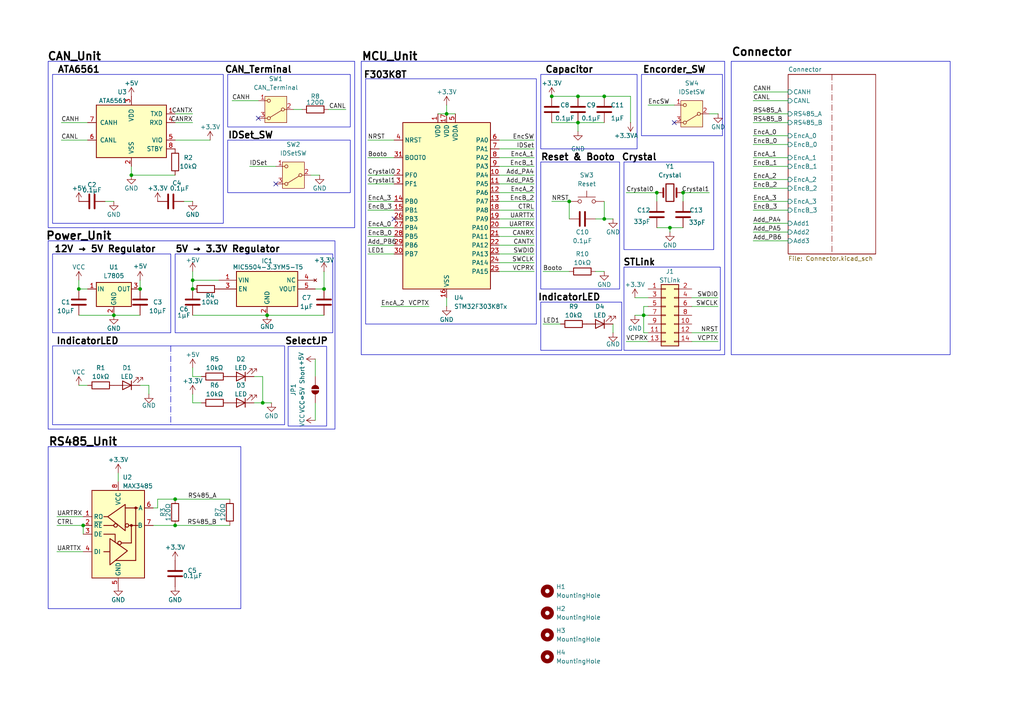
<source format=kicad_sch>
(kicad_sch (version 20250114) (generator "eeschema") (generator_version "9.0")
  (paper "A4")
  (title_block (title "SensorBoard_ver3.0") (date "2025-10-19"))
  (lib_symbols
    (symbol "Connector_Generic:Conn_02x07_Odd_Even" (pin_names (offset 1.016) (hide yes))
      (property "Reference" "J" (at 1.27 10.16 0))
      (property "Value" "Conn_02x07_Odd_Even" (at 1.27 -10.16 0))
      (symbol "Conn_02x07_Odd_Even_1_1"
        (pin passive line (at -5.08 7.62 0) (length 3.81) (name "Pin_1") (number "1"))
        (pin passive line (at -5.08 5.08 0) (length 3.81) (name "Pin_3") (number "3"))
        (pin passive line (at -5.08 2.54 0) (length 3.81) (name "Pin_5") (number "5"))
        (pin passive line (at -5.08 0 0) (length 3.81) (name "Pin_7") (number "7"))
        (pin passive line (at -5.08 -2.54 0) (length 3.81) (name "Pin_9") (number "9"))
        (pin passive line (at -5.08 -5.08 0) (length 3.81) (name "Pin_11") (number "11"))
        (pin passive line (at -5.08 -7.62 0) (length 3.81) (name "Pin_13") (number "13"))
        (pin passive line (at 7.62 7.62 180) (length 3.81) (name "Pin_2") (number "2"))
        (pin passive line (at 7.62 5.08 180) (length 3.81) (name "Pin_4") (number "4"))
        (pin passive line (at 7.62 2.54 180) (length 3.81) (name "Pin_6") (number "6"))
        (pin passive line (at 7.62 0 180) (length 3.81) (name "Pin_8") (number "8"))
        (pin passive line (at 7.62 -2.54 180) (length 3.81) (name "Pin_10") (number "10"))
        (pin passive line (at 7.62 -5.08 180) (length 3.81) (name "Pin_12") (number "12"))
        (pin passive line (at 7.62 -7.62 180) (length 3.81) (name "Pin_14") (number "14"))
      )
    )
    (symbol "Device:C" (pin_numbers (hide yes)) (pin_names (offset 0.254))
      (property "Reference" "C" (at 0.635 2.54 0))
      (property "Value" "C" (at 0.635 -2.54 0))
      (symbol "C_1_1"
        (pin passive line (at 0 3.81 270) (length 2.794) (name "~") (number "1"))
        (pin passive line (at 0 -3.81 90) (length 2.794) (name "~") (number "2"))
      )
    )
    (symbol "Device:Crystal" (pin_numbers (hide yes)) (pin_names (offset 1.016) (hide yes))
      (property "Reference" "Y" (at 0 3.81 0))
      (property "Value" "Crystal" (at 0 -3.81 0))
      (symbol "Crystal_1_1"
        (pin passive line (at -3.81 0 0) (length 1.27) (name "1") (number "1"))
        (pin passive line (at 3.81 0 180) (length 1.27) (name "2") (number "2"))
      )
    )
    (symbol "Device:LED" (pin_numbers (hide yes)) (pin_names (offset 1.016) (hide yes))
      (property "Reference" "D" (at 0 2.54 0))
      (property "Value" "LED" (at 0 -2.54 0))
      (symbol "LED_1_1"
        (pin passive line (at -3.81 0 0) (length 2.54) (name "K") (number "1"))
        (pin passive line (at 3.81 0 180) (length 2.54) (name "A") (number "2"))
      )
    )
    (symbol "Device:R" (pin_numbers (hide yes)) (pin_names (offset 0))
      (property "Reference" "R" (at 2.032 0 90))
      (property "Value" "R" (at 0 0 90))
      (symbol "R_1_1"
        (pin passive line (at 0 3.81 270) (length 1.27) (name "~") (number "1"))
        (pin passive line (at 0 -3.81 90) (length 1.27) (name "~") (number "2"))
      )
    )
    (symbol "Interface_CAN_LIN:MCP2551-I-SN" (pin_names (offset 1.016))
      (property "Reference" "U?" (at 2.1433 12.7 0))
      (property "Value" "ATA6561" (at 2.1433 10.16 0))
      (symbol "MCP2551-I-SN_1_1"
        (pin input line (at -12.7 5.08 0) (length 2.54) (name "TXD") (number "1"))
        (pin output line (at -12.7 2.54 0) (length 2.54) (name "RXD") (number "4"))
        (pin power_out line (at -12.7 -2.54 0) (length 2.54) (name "VIO") (number "5"))
        (pin input line (at -12.7 -5.08 0) (length 2.54) (name "STBY") (number "8"))
        (pin power_in line (at 0 10.16 270) (length 2.54) (name "VDD") (number "3"))
        (pin power_in line (at 0 -10.16 90) (length 2.54) (name "VSS") (number "2"))
        (pin bidirectional line (at 12.7 2.54 180) (length 2.54) (name "CANH") (number "7"))
        (pin bidirectional line (at 12.7 -2.54 180) (length 2.54) (name "CANL") (number "6"))
      )
    )
    (symbol "Interface_UART:MAX3485"
      (property "Reference" "U" (at -6.985 13.97 0))
      (property "Value" "MAX3485" (at 1.905 13.97 0))
      (symbol "MAX3485_1_1"
        (pin output line (at -10.16 5.08 0) (length 2.54) (name "RO") (number "1"))
        (pin input line (at -10.16 2.54 0) (length 2.54) (name "~{RE}") (number "2"))
        (pin input line (at -10.16 0 0) (length 2.54) (name "DE") (number "3"))
        (pin input line (at -10.16 -5.08 0) (length 2.54) (name "DI") (number "4"))
        (pin power_in line (at 0 15.24 270) (length 2.54) (name "VCC") (number "8"))
        (pin power_in line (at 0 -15.24 90) (length 2.54) (name "GND") (number "5"))
        (pin bidirectional line (at 10.16 7.62 180) (length 2.54) (name "A") (number "6"))
        (pin bidirectional line (at 10.16 2.54 180) (length 2.54) (name "B") (number "7"))
      )
    )
    (symbol "Jumper:SolderJumper_2_Open" (pin_numbers (hide yes)) (pin_names (offset 0) (hide yes)) (exclude_from_sim yes) (in_bom no)
      (property "Reference" "JP" (at 0 2.032 0))
      (property "Value" "SolderJumper_2_Open" (at 0 -2.54 0))
      (symbol "SolderJumper_2_Open_1_1"
        (pin passive line (at -3.81 0 0) (length 2.54) (name "A") (number "1"))
        (pin passive line (at 3.81 0 180) (length 2.54) (name "B") (number "2"))
      )
    )
    (symbol "MCU_ST_STM32F3:STM32F303K8Tx"
      (property "Reference" "U" (at -12.7 26.67 0))
      (property "Value" "STM32F303K8Tx" (at 5.08 26.67 0))
      (symbol "STM32F303K8Tx_1_1"
        (pin input line (at -15.24 20.32 0) (length 2.54) (name "NRST") (number "4"))
        (pin input line (at -15.24 15.24 0) (length 2.54) (name "BOOT0") (number "31"))
        (pin bidirectional line (at -15.24 10.16 0) (length 2.54) (name "PF0") (number "2"))
        (pin bidirectional line (at -15.24 7.62 0) (length 2.54) (name "PF1") (number "3"))
        (pin bidirectional line (at -15.24 2.54 0) (length 2.54) (name "PB0") (number "14"))
        (pin bidirectional line (at -15.24 0 0) (length 2.54) (name "PB1") (number "15"))
        (pin bidirectional line (at -15.24 -2.54 0) (length 2.54) (name "PB3") (number "26"))
        (pin bidirectional line (at -15.24 -5.08 0) (length 2.54) (name "PB4") (number "27"))
        (pin bidirectional line (at -15.24 -7.62 0) (length 2.54) (name "PB5") (number "28"))
        (pin bidirectional line (at -15.24 -10.16 0) (length 2.54) (name "PB6") (number "29"))
        (pin bidirectional line (at -15.24 -12.7 0) (length 2.54) (name "PB7") (number "30"))
        (pin power_in line (at -2.54 27.94 270) (length 2.54) (name "VDD") (number "1"))
        (pin power_in line (at 0 27.94 270) (length 2.54) (name "VDD") (number "17"))
        (pin power_in line (at 0 -25.4 90) (length 2.54) (name "VSS") (number "16"))
        (pin passive line (at 0 -25.4 90) (length 2.54) (hide yes) (name "VSS") (number "32"))
        (pin power_in line (at 2.54 27.94 270) (length 2.54) (name "VDDA") (number "5"))
        (pin bidirectional line (at 15.24 20.32 180) (length 2.54) (name "PA0") (number "6"))
        (pin bidirectional line (at 15.24 17.78 180) (length 2.54) (name "PA1") (number "7"))
        (pin bidirectional line (at 15.24 15.24 180) (length 2.54) (name "PA2") (number "8"))
        (pin bidirectional line (at 15.24 12.7 180) (length 2.54) (name "PA3") (number "9"))
        (pin bidirectional line (at 15.24 10.16 180) (length 2.54) (name "PA4") (number "10"))
        (pin bidirectional line (at 15.24 7.62 180) (length 2.54) (name "PA5") (number "11"))
        (pin bidirectional line (at 15.24 5.08 180) (length 2.54) (name "PA6") (number "12"))
        (pin bidirectional line (at 15.24 2.54 180) (length 2.54) (name "PA7") (number "13"))
        (pin bidirectional line (at 15.24 0 180) (length 2.54) (name "PA8") (number "18"))
        (pin bidirectional line (at 15.24 -2.54 180) (length 2.54) (name "PA9") (number "19"))
        (pin bidirectional line (at 15.24 -5.08 180) (length 2.54) (name "PA10") (number "20"))
        (pin bidirectional line (at 15.24 -7.62 180) (length 2.54) (name "PA11") (number "21"))
        (pin bidirectional line (at 15.24 -10.16 180) (length 2.54) (name "PA12") (number "22"))
        (pin bidirectional line (at 15.24 -12.7 180) (length 2.54) (name "PA13") (number "23"))
        (pin bidirectional line (at 15.24 -15.24 180) (length 2.54) (name "PA14") (number "24"))
        (pin bidirectional line (at 15.24 -17.78 180) (length 2.54) (name "PA15") (number "25"))
      )
    )
    (symbol "MIC5504-3_3YM5-T5:MIC5504-3.3YM5-T5"
      (property "Reference" "IC" (at 24.13 7.62 0))
      (property "Value" "MIC5504-3.3YM5-T5" (at 24.13 5.08 0))
      (symbol "MIC5504-3.3YM5-T5_1_1"
        (pin passive line (at 0 0 0) (length 5.08) (name "VIN") (number "1"))
        (pin passive line (at 0 -2.54 0) (length 5.08) (name "EN") (number "3"))
        (pin passive line (at 13.97 -10.16 90) (length 2.54) (name "GND") (number "2"))
        (pin no_connect line (at 27.94 0 180) (length 5.08) (name "NC") (number "4"))
        (pin passive line (at 27.94 -2.54 180) (length 5.08) (name "VOUT") (number "5"))
      )
    )
    (symbol "Mechanical:MountingHole" (pin_names (offset 1.016)) (exclude_from_sim yes) (in_bom no)
      (property "Reference" "H" (at 0 5.08 0))
      (property "Value" "MountingHole" (at 0 3.175 0))
    )
    (symbol "Regulator_Linear:L7805" (pin_names (offset 0.254))
      (property "Reference" "U" (at -3.81 3.175 0))
      (property "Value" "L7805" (at 0 3.175 0))
      (symbol "L7805_1_1"
        (pin power_in line (at -7.62 0 0) (length 2.54) (name "IN") (number "1"))
        (pin power_in line (at 0 -7.62 90) (length 2.54) (name "GND") (number "2"))
        (pin power_out line (at 7.62 0 180) (length 2.54) (name "OUT") (number "3"))
      )
    )
    (symbol "SW_MEC_5G_1" (pin_numbers (hide yes)) (pin_names (offset 1.016) (hide yes))
      (property "Reference" "SW3" (at 0 7.62 0))
      (property "Value" "Reset" (at 0 5.08 0))
      (symbol "SW_MEC_5G_1_0_1"
        (pin passive line (at -5.08 0 0) (length 2.54) (name "A") (number "1"))
      )
      (symbol "SW_MEC_5G_1_1_1"
        (pin passive line (at -5.08 0 0) (length 2.54) (hide yes) (name "A") (number "2"))
        (pin passive line (at 5.08 0 180) (length 2.54) (name "B") (number "2"))
        (pin passive line (at 5.08 0 180) (length 2.54) (hide yes) (name "B") (number "4"))
      )
    )
    (symbol "Switch:SW_Nidec_CAS-120A1" (pin_names (offset 1) (hide yes))
      (property "Reference" "SW" (at 0 4.318 0))
      (property "Value" "SW_Nidec_CAS-120A1" (at 0 -5.08 0))
      (symbol "SW_Nidec_CAS-120A1_1_1"
        (pin passive line (at -5.08 0 0) (length 2.54) (name "B") (number "2"))
        (pin passive line (at 5.08 2.54 180) (length 2.54) (name "A") (number "3"))
        (pin passive line (at 5.08 -2.54 180) (length 2.54) (name "C") (number "1"))
      )
    )
    (symbol "power:+3.3V" (power) (pin_numbers (hide yes)) (pin_names (offset 0) (hide yes))
      (property "Value" "+3.3V" (at 0 3.556 0))
      (symbol "+3.3V_1_1"
        (pin power_in line (at 0 0 90) (length 0) (name "~") (number "1"))
      )
    )
    (symbol "power:+3.3VA" (power) (pin_numbers (hide yes)) (pin_names (offset 0) (hide yes))
      (property "Value" "+3.3VA" (at 0 3.556 0))
      (symbol "+3.3VA_1_1"
        (pin power_in line (at 0 0 90) (length 0) (name "~") (number "1"))
      )
    )
    (symbol "power:+5V" (power) (pin_numbers (hide yes)) (pin_names (offset 0) (hide yes))
      (property "Value" "+5V" (at 0 3.556 0))
      (symbol "+5V_1_1"
        (pin power_in line (at 0 0 90) (length 0) (name "~") (number "1"))
      )
    )
    (symbol "power:GND" (power) (pin_numbers (hide yes)) (pin_names (offset 0) (hide yes))
      (property "Value" "GND" (at 0 -3.81 0))
      (symbol "GND_1_1"
        (pin power_in line (at 0 0 270) (length 0) (name "~") (number "1"))
      )
    )
    (symbol "power:VCC" (power) (pin_numbers (hide yes)) (pin_names (offset 0) (hide yes))
      (property "Value" "VCC" (at 0 3.556 0))
      (symbol "VCC_1_1"
        (pin power_in line (at 0 0 90) (length 0) (name "~") (number "1"))
      )
    )
  )
  (rectangle (start 106.045 22.86) (end 155.575 93.98))
  (rectangle (start 66.04 21.59) (end 101.6 36.83))
  (rectangle (start 156.845 87.63) (end 180.34 101.6))
  (rectangle (start 212.09 17.78) (end 275.59 102.87))
  (rectangle (start 186.055 21.59) (end 209.55 39.37))
  (rectangle (start 15.24 21.59) (end 64.77 64.77))
  (rectangle (start 180.975 46.99) (end 207.01 72.39))
  (rectangle (start 104.775 17.78) (end 210.185 102.87))
  (rectangle (start 13.97 129.54) (end 69.85 176.53))
  (rectangle (start 50.8 73.66) (end 96.52 96.52))
  (rectangle (start 13.97 69.85) (end 97.155 124.46))
  (rectangle (start 13.97 17.78) (end 102.87 66.04))
  (rectangle (start 15.24 100.33) (end 82.55 123.19))
  (rectangle (start 180.975 77.47) (end 208.915 101.6))
  (rectangle (start 15.24 73.66) (end 49.53 96.52))
  (rectangle (start 66.04 40.64) (end 101.6 55.88))
  (rectangle (start 83.566 100.457) (end 94.742 123.571))
  (rectangle (start 156.845 21.59) (end 184.785 43.18))
  (rectangle (start 156.845 46.99) (end 179.705 83.82))
  (text "IndicatorLED" (at 165.1 86.36 0) (effects (font (size 1.905 1.905) (thickness 0.381) (bold yes))))
  (text "5V → 3.3V Regulator" (at 66.04 72.39 0) (effects (font (size 1.905 1.905) (thickness 0.381) (bold yes))))
  (text "Reset & Booto" (at 167.64 45.72 0) (effects (font (size 1.905 1.905) (thickness 0.381) (bold yes))))
  (text "MCU_Unit" (at 113.03 16.51 0) (effects (font (size 2.286 2.286) (thickness 0.4572) (bold yes))))
  (text "\nF303K8T" (at 111.76 20.32 0) (effects (font (size 1.905 1.905) (thickness 0.381) (bold yes))))
  (text "IDSet_SW" (at 66.04 39.37 0) (effects (font (size 1.905 1.905) (thickness 0.381) (bold yes)) (justify left)))
  (text "SelectJP" (at 88.9 99.06 0) (effects (font (size 1.905 1.905) (thickness 0.381) (bold yes))))
  (text "ATA6561\n" (at 22.86 20.32 0) (effects (font (size 1.905 1.905) (thickness 0.381) (bold yes))))
  (text "Encorder_SW\n" (at 195.58 20.32 0) (effects (font (size 1.905 1.905) (thickness 0.381) (bold yes))))
  (text "IndicatorLED" (at 25.4 99.06 0) (effects (font (size 1.905 1.905) (thickness 0.381) (bold yes))))
  (text "Crystal" (at 185.42 45.72 0) (effects (font (size 1.905 1.905) (thickness 0.381) (bold yes))))
  (text "12V → 5V Regulator" (at 30.48 72.39 0) (effects (font (size 1.905 1.905) (thickness 0.381) (bold yes))))
  (text "Connector" (at 220.98 15.24 0) (effects (font (size 2.286 2.286) (thickness 0.4572) (bold yes))))
  (text "Capacitor" (at 165.1 20.32 0) (effects (font (size 1.905 1.905) (thickness 0.381) (bold yes))))
  (text "RS485_Unit" (at 13.97 128.27 0) (effects (font (size 2.286 2.286) (thickness 0.4572) (bold yes)) (justify left)))
  (text "CAN_Terminal" (at 74.93 20.32 0) (effects (font (size 1.905 1.905) (thickness 0.381) (bold yes))))
  (text "STLink" (at 185.42 76.2 0) (effects (font (size 1.905 1.905) (thickness 0.381) (bold yes))))
  (text "Power_Unit" (at 22.86 68.58 0) (effects (font (size 2.286 2.286) (thickness 0.4572) (bold yes))))
  (text "CAN_Unit" (at 21.59 16.51 0) (effects (font (size 2.286 2.286) (thickness 0.4572) (bold yes))))
  (junction (at 129.54 33.02))
  (junction (at 165.1 58.42))
  (junction (at 194.31 66.04))
  (junction (at 50.8 144.78))
  (junction (at 175.26 27.94))
  (junction (at 55.88 81.28))
  (junction (at 24.13 152.4))
  (junction (at 55.88 83.82))
  (junction (at 198.12 55.88))
  (junction (at 167.64 27.94))
  (junction (at 33.02 91.44))
  (junction (at 22.86 83.82))
  (junction (at 77.47 91.44))
  (junction (at 38.1 50.8))
  (junction (at 76.2 116.84))
  (junction (at 190.5 55.88))
  (junction (at 160.02 27.94))
  (junction (at 93.98 83.82))
  (junction (at 167.64 35.56))
  (junction (at 175.26 63.5))
  (junction (at 186.69 91.44))
  (junction (at 40.64 83.82))
  (junction (at 50.8 152.4))
  (no_connect (at 74.93 34.29))
  (no_connect (at 80.01 53.34))
  (no_connect (at 114.3 63.5))
  (no_connect (at 195.58 35.56))
  (wire (pts (xy 55.88 91.44) (xy 77.47 91.44)))
  (wire (pts (xy 93.98 78.74) (xy 93.98 83.82)))
  (wire (pts (xy 91.44 109.22) (xy 91.44 104.14)))
  (wire (pts (xy 144.78 50.8) (xy 154.94 50.8)))
  (wire (pts (xy 181.61 99.06) (xy 187.96 99.06)))
  (wire (pts (xy 22.86 111.76) (xy 25.4 111.76)))
  (wire (pts (xy 44.45 152.4) (xy 50.8 152.4)))
  (wire (pts (xy 177.8 96.52) (xy 177.8 93.98)))
  (wire (pts (xy 144.78 53.34) (xy 154.94 53.34)))
  (wire (pts (xy 110.49 88.9) (xy 124.46 88.9)))
  (wire (pts (xy 167.64 27.94) (xy 175.26 27.94)))
  (wire (pts (xy 218.44 67.31) (xy 228.6 67.31)))
  (wire (pts (xy 55.88 35.56) (xy 50.8 35.56)))
  (wire (pts (xy 200.66 99.06) (xy 208.28 99.06)))
  (wire (pts (xy 144.78 60.96) (xy 154.94 60.96)))
  (wire (pts (xy 33.02 58.42) (xy 30.48 58.42)))
  (wire (pts (xy 194.31 66.04) (xy 198.12 66.04)))
  (wire (pts (xy 200.66 96.52) (xy 208.28 96.52)))
  (wire (pts (xy 106.68 50.8) (xy 114.3 50.8)))
  (wire (pts (xy 198.12 55.88) (xy 198.12 58.42)))
  (wire (pts (xy 76.2 116.84) (xy 73.66 116.84)))
  (wire (pts (xy 55.88 81.28) (xy 55.88 83.82)))
  (wire (pts (xy 24.13 152.4) (xy 24.13 154.94)))
  (wire (pts (xy 218.44 54.61) (xy 228.6 54.61)))
  (wire (pts (xy 144.78 68.58) (xy 154.94 68.58)))
  (wire (pts (xy 144.78 48.26) (xy 154.94 48.26)))
  (wire (pts (xy 106.68 58.42) (xy 114.3 58.42)))
  (wire (pts (xy 45.72 144.78) (xy 50.8 144.78)))
  (wire (pts (xy 167.64 35.56) (xy 167.64 38.1)))
  (wire (pts (xy 144.78 73.66) (xy 154.94 73.66)))
  (wire (pts (xy 55.88 106.68) (xy 55.88 109.22)))
  (wire (pts (xy 160.02 27.94) (xy 167.64 27.94)))
  (wire (pts (xy 190.5 58.42) (xy 190.5 55.88)))
  (wire (pts (xy 106.68 71.12) (xy 114.3 71.12)))
  (wire (pts (xy 55.88 33.02) (xy 50.8 33.02)))
  (wire (pts (xy 182.88 27.94) (xy 182.88 35.56)))
  (wire (pts (xy 67.31 29.21) (xy 74.93 29.21)))
  (wire (pts (xy 200.66 88.9) (xy 208.28 88.9)))
  (wire (pts (xy 144.78 66.04) (xy 154.94 66.04)))
  (wire (pts (xy 55.88 109.22) (xy 58.42 109.22)))
  (wire (pts (xy 106.68 60.96) (xy 114.3 60.96)))
  (wire (pts (xy 194.31 66.04) (xy 194.31 67.31)))
  (wire (pts (xy 63.5 81.28) (xy 55.88 81.28)))
  (wire (pts (xy 218.44 60.96) (xy 228.6 60.96)))
  (wire (pts (xy 144.78 58.42) (xy 154.94 58.42)))
  (wire (pts (xy 181.61 55.88) (xy 190.5 55.88)))
  (wire (pts (xy 218.44 35.56) (xy 228.6 35.56)))
  (wire (pts (xy 200.66 86.36) (xy 208.28 86.36)))
  (wire (pts (xy 132.08 33.02) (xy 129.54 33.02)))
  (wire (pts (xy 144.78 63.5) (xy 154.94 63.5)))
  (wire (pts (xy 60.96 40.64) (xy 50.8 40.64)))
  (wire (pts (xy 144.78 55.88) (xy 154.94 55.88)))
  (wire (pts (xy 85.09 31.75) (xy 87.63 31.75)))
  (wire (pts (xy 175.26 27.94) (xy 182.88 27.94)))
  (wire (pts (xy 218.44 33.02) (xy 228.6 33.02)))
  (wire (pts (xy 33.02 91.44) (xy 40.64 91.44)))
  (wire (pts (xy 218.44 48.26) (xy 228.6 48.26)))
  (wire (pts (xy 157.48 78.74) (xy 165.1 78.74)))
  (wire (pts (xy 25.4 35.56) (xy 17.78 35.56)))
  (wire (pts (xy 22.86 81.28) (xy 22.86 83.82)))
  (wire (pts (xy 106.68 73.66) (xy 114.3 73.66)))
  (wire (pts (xy 160.02 35.56) (xy 167.64 35.56)))
  (wire (pts (xy 175.26 58.42) (xy 175.26 63.5)))
  (wire (pts (xy 190.5 66.04) (xy 194.31 66.04)))
  (wire (pts (xy 106.68 66.04) (xy 114.3 66.04)))
  (wire (pts (xy 160.02 58.42) (xy 165.1 58.42)))
  (wire (pts (xy 184.15 86.36) (xy 187.96 86.36)))
  (wire (pts (xy 50.8 152.4) (xy 66.675 152.4)))
  (wire (pts (xy 16.51 149.86) (xy 24.13 149.86)))
  (wire (pts (xy 144.78 45.72) (xy 154.94 45.72)))
  (wire (pts (xy 218.44 69.85) (xy 228.6 69.85)))
  (wire (pts (xy 144.78 40.64) (xy 154.94 40.64)))
  (wire (pts (xy 25.4 40.64) (xy 17.78 40.64)))
  (wire (pts (xy 43.18 111.76) (xy 43.18 114.3)))
  (wire (pts (xy 16.51 152.4) (xy 24.13 152.4)))
  (wire (pts (xy 76.2 116.84) (xy 78.74 116.84)))
  (wire (pts (xy 55.88 114.3) (xy 55.88 116.84)))
  (wire (pts (xy 55.88 58.42) (xy 53.34 58.42)))
  (wire (pts (xy 172.72 63.5) (xy 175.26 63.5)))
  (wire (pts (xy 129.54 30.48) (xy 129.54 33.02)))
  (wire (pts (xy 218.44 45.72) (xy 228.6 45.72)))
  (wire (pts (xy 198.12 55.88) (xy 205.74 55.88)))
  (wire (pts (xy 218.44 29.21) (xy 228.6 29.21)))
  (wire (pts (xy 106.68 53.34) (xy 114.3 53.34)))
  (wire (pts (xy 91.44 83.82) (xy 93.98 83.82)))
  (wire (pts (xy 186.69 88.9) (xy 186.69 91.44)))
  (wire (pts (xy 76.2 109.22) (xy 76.2 116.84)))
  (wire (pts (xy 186.69 91.44) (xy 186.69 96.52)))
  (wire (pts (xy 106.68 45.72) (xy 114.3 45.72)))
  (wire (pts (xy 90.17 50.8) (xy 92.71 50.8)))
  (wire (pts (xy 205.74 33.02) (xy 208.28 33.02)))
  (wire (pts (xy 40.64 111.76) (xy 43.18 111.76)))
  (wire (pts (xy 144.78 78.74) (xy 154.94 78.74)))
  (wire (pts (xy 218.44 64.77) (xy 228.6 64.77)))
  (wire (pts (xy 45.72 144.78) (xy 45.72 147.32)))
  (wire (pts (xy 218.44 26.67) (xy 228.6 26.67)))
  (wire (pts (xy 157.48 93.98) (xy 162.56 93.98)))
  (wire (pts (xy 127 33.02) (xy 129.54 33.02)))
  (wire (pts (xy 72.39 48.26) (xy 80.01 48.26)))
  (wire (pts (xy 165.1 58.42) (xy 165.1 63.5)))
  (wire (pts (xy 95.25 31.75) (xy 100.33 31.75)))
  (wire (pts (xy 175.26 78.74) (xy 172.72 78.74)))
  (wire (pts (xy 167.64 35.56) (xy 175.26 35.56)))
  (wire (pts (xy 38.1 48.26) (xy 38.1 50.8)))
  (wire (pts (xy 144.78 43.18) (xy 154.94 43.18)))
  (wire (pts (xy 73.66 109.22) (xy 76.2 109.22)))
  (polyline (pts (xy 49.53 100.33) (xy 49.53 123.19)) (stroke (width 0) (type dash_dot)))
  (wire (pts (xy 218.44 58.42) (xy 228.6 58.42)))
  (wire (pts (xy 91.44 121.92) (xy 91.44 116.84)))
  (wire (pts (xy 144.78 76.2) (xy 154.94 76.2)))
  (wire (pts (xy 50.8 144.78) (xy 66.675 144.78)))
  (wire (pts (xy 55.88 116.84) (xy 58.42 116.84)))
  (wire (pts (xy 16.51 160.02) (xy 24.13 160.02)))
  (wire (pts (xy 106.68 68.58) (xy 114.3 68.58)))
  (wire (pts (xy 106.68 40.64) (xy 114.3 40.64)))
  (wire (pts (xy 186.69 88.9) (xy 187.96 88.9)))
  (wire (pts (xy 175.26 63.5) (xy 177.8 63.5)))
  (wire (pts (xy 144.78 71.12) (xy 154.94 71.12)))
  (wire (pts (xy 50.8 50.8) (xy 38.1 50.8)))
  (wire (pts (xy 44.45 147.32) (xy 45.72 147.32)))
  (wire (pts (xy 129.54 86.36) (xy 129.54 88.9)))
  (wire (pts (xy 186.69 91.44) (xy 187.96 91.44)))
  (wire (pts (xy 34.29 137.16) (xy 34.29 139.7)))
  (wire (pts (xy 55.88 78.74) (xy 55.88 81.28)))
  (wire (pts (xy 218.44 39.37) (xy 228.6 39.37)))
  (wire (pts (xy 22.86 91.44) (xy 33.02 91.44)))
  (wire (pts (xy 184.15 91.44) (xy 186.69 91.44)))
  (wire (pts (xy 187.96 96.52) (xy 186.69 96.52)))
  (polyline (pts (xy 241.3 21.59) (xy 241.3 73.66)) (stroke (width 0) (type dash_dot) (color 132 0 0 1)))
  (wire (pts (xy 187.96 30.48) (xy 195.58 30.48)))
  (wire (pts (xy 22.86 83.82) (xy 25.4 83.82)))
  (wire (pts (xy 40.64 81.28) (xy 40.64 83.82)))
  (wire (pts (xy 77.47 91.44) (xy 93.98 91.44)))
  (wire (pts (xy 218.44 41.91) (xy 228.6 41.91)))
  (wire (pts (xy 218.44 52.07) (xy 228.6 52.07)))
  (label "EncA_2" (at 110.49 88.9 0))
  (label "EncB_2" (at 218.44 54.61 0))
  (label "EncB_1" (at 154.94 48.26 180))
  (label "CANL" (at 218.44 29.21 0))
  (label "EncA_2" (at 218.44 52.07 0))
  (label "CANRX" (at 154.94 68.58 180))
  (label "IDSet" (at 154.94 43.18 180))
  (label "EncB_3" (at 106.68 60.96 0))
  (label "SWDIO" (at 154.94 73.66 180))
  (label "RS485_A" (at 218.44 33.02 0))
  (label "Add_PA4" (at 218.44 64.77 0))
  (label "EncB_3" (at 218.44 60.96 0))
  (label "CANL" (at 17.78 40.64 0))
  (label "CTRL" (at 154.94 60.96 180))
  (label "Crystal0" (at 181.61 55.88 0))
  (label "EncA_3" (at 106.68 58.42 0))
  (label "VCPTX" (at 124.46 88.9 180))
  (label "CANL" (at 100.33 31.75 180))
  (label "Crystal1" (at 205.74 55.88 180))
  (label "Crystal0" (at 106.68 50.8 0))
  (label "EncA_1" (at 154.94 45.72 180))
  (label "EncSW" (at 154.94 40.64 180))
  (label "Add_PA5" (at 154.94 53.34 180))
  (label "Add_PB6" (at 218.44 69.85 0))
  (label "RS485_A" (at 62.865 144.78 180))
  (label "UARTRX" (at 16.51 149.86 0))
  (label "EncA_1" (at 218.44 45.72 0))
  (label "RS485_B" (at 62.865 152.4 180))
  (label "CTRL" (at 16.51 152.4 0))
  (label "CANH" (at 17.78 35.56 0))
  (label "LED1" (at 157.48 93.98 0))
  (label "Booto" (at 106.68 45.72 0))
  (label "UARTRX" (at 154.94 66.04 180))
  (label "Crystal1" (at 106.68 53.34 0))
  (label "SWDIO" (at 208.28 86.36 180))
  (label "UARTTX" (at 154.94 63.5 180))
  (label "VCPRX" (at 154.94 78.74 180))
  (label "Booto" (at 157.48 78.74 0))
  (label "EncSW" (at 187.96 30.48 0))
  (label "Add_PB6" (at 106.68 71.12 0))
  (label "EncB_0" (at 106.68 68.58 0))
  (label "EncB_0" (at 218.44 41.91 0))
  (label "EncA_2" (at 154.94 55.88 180))
  (label "CANTX" (at 154.94 71.12 180))
  (label "LED1" (at 106.68 73.66 0))
  (label "CANH" (at 218.44 26.67 0))
  (label "EncA_0" (at 218.44 39.37 0))
  (label "Add_PA4" (at 154.94 50.8 180))
  (label "SWCLK" (at 208.28 88.9 180))
  (label "UARTTX" (at 16.51 160.02 0))
  (label "CANTX" (at 55.88 33.02 180))
  (label "NRST" (at 208.28 96.52 180))
  (label "EncA_0" (at 106.68 66.04 0))
  (label "CANRX" (at 55.88 35.56 180))
  (label "EncA_3" (at 218.44 58.42 0))
  (label "IDSet" (at 72.39 48.26 0))
  (label "SWCLK" (at 154.94 76.2 180))
  (label "RS485_B" (at 218.44 35.56 0))
  (label "EncB_1" (at 218.44 48.26 0))
  (label "VCPRX" (at 181.61 99.06 0))
  (label "EncB_2" (at 154.94 58.42 180))
  (label "CANH" (at 67.31 29.21 0))
  (label "NRST" (at 106.68 40.64 0))
  (label "NRST" (at 160.02 58.42 0))
  (label "Add_PA5" (at 218.44 67.31 0))
  (label "VCPTX" (at 208.28 99.06 180))
  (symbol (lib_id "power:GND") (at 167.64 38.1 0) (unit 1)
    (property "Reference" "#PWR029" (effects (hide yes)))
    (property "Value" "GND" (at 167.64 43.18 0))
    (property "Description" "Power symbol creates a global label with name \"GND\" , ground" (effects (hide yes)))
  )
  (symbol (lib_id "power:GND") (at 184.15 91.44 0) (unit 1)
    (property "Reference" "#PWR035" (effects (hide yes)))
    (property "Value" "GND" (at 184.15 95.25 0))
    (property "Description" "Power symbol creates a global label with name \"GND\" , ground" (effects (hide yes)))
  )
  (symbol (lib_id "MIC5504-3_3YM5-T5:MIC5504-3.3YM5-T5") (at 63.5 81.28 0) (unit 1)
    (property "Reference" "IC1" (at 77.47 75.692 0))
    (property "Value" "MIC5504-3.3YM5-T5" (at 77.724 77.47 0))
    (property "Footprint" "SensorBoard_ver3.0:MIC5504-3.3YM5-T5" (effects (hide yes)))
    (property "Datasheet" "https://componentsearchengine.com/Datasheets/2/MIC5504-3.3YM5-T5.pdf" (effects (hide yes)))
    (property "Description" "LDO Voltage Regulators Single 300mA LDO" (effects (hide yes)))
    (property "Height" "1.3" (effects (hide yes)))
    (property "Manufacturer_Name" "Microchip" (effects (hide yes)))
    (property "Manufacturer_Part_Number" "MIC5504-3.3YM5-T5" (effects (hide yes)))
    (property "Mouser Part Number" "998-MIC5504-3.3YM5T5" (effects (hide yes)))
    (property "Mouser Price/Stock" "https://www.mouser.co.uk/ProductDetail/Microchip-Technology/MIC5504-3.3YM5-T5?qs=U6T8BxXiZAW9%252BGbiz2%2F0vg%3D%3D" (effects (hide yes)))
    (property "Arrow Part Number" "MIC5504-3.3YM5-T5" (effects (hide yes)))
    (property "Arrow Price/Stock" "https://www.arrow.com/en/products/mic5504-3.3ym5-t5/microchip-technology?region=europe" (effects (hide yes)))
  )
  (symbol (lib_id "power:GND") (at 208.28 33.02 0) (unit 1)
    (property "Reference" "#PWR037" (effects (hide yes)))
    (property "Value" "GND" (at 208.28 36.83 0))
    (property "Description" "Power symbol creates a global label with name \"GND\" , ground" (effects (hide yes)))
  )
  (symbol (lib_id "power:GND") (at 55.88 58.42 0) (mirror y) (unit 1)
    (property "Reference" "#PWR015" (effects (hide yes)))
    (property "Value" "GND" (at 55.88 62.23 0))
    (property "Description" "Power symbol creates a global label with name \"GND\" , ground" (effects (hide yes)))
  )
  (symbol (lib_name "SW_MEC_5G_1") (lib_id "Switch:SW_MEC_5G") (at 170.18 58.42 0) (unit 1)
    (property "Reference" "SW3" (at 170.18 50.8 0))
    (property "Value" "Reset" (at 170.18 53.34 0))
    (property "Footprint" "MySW:SMD_MySW1" (effects (hide yes)))
    (property "Datasheet" "http://www.apem.com/int/index.php?controller=attachment&id_attachment=488" (effects (hide yes)))
    (property "Description" "MEC 5G single pole normally-open tactile switch" (effects (hide yes)))
  )
  (symbol (lib_id "Connector_Generic:Conn_02x07_Odd_Even") (at 193.04 91.44 0) (unit 1)
    (property "Reference" "J1" (at 194.31 78.74 0))
    (property "Value" "STLink" (at 194.31 81.28 0))
    (property "Footprint" "Connector_PinHeader_1.27mm:PinHeader_2x07_P1.27mm_Vertical_SMD" (effects (hide yes)))
    (property "Description" "Generic connector, double row, 02x07, odd/even pin numbering scheme (row 1 odd numbers, row 2 even numbers), script generated (kicad-library-utils/schlib/autogen/connector/)" (effects (hide yes)))
  )
  (symbol (lib_id "power:GND") (at 34.29 170.18 0) (unit 1)
    (property "Reference" "#PWR07" (effects (hide yes)))
    (property "Value" "GND" (at 34.29 173.99 0))
    (property "Description" "Power symbol creates a global label with name \"GND\" , ground" (effects (hide yes)))
  )
  (symbol (lib_id "power:+3.3V") (at 60.96 40.64 0) (mirror y) (unit 1)
    (property "Reference" "#PWR019" (effects (hide yes)))
    (property "Value" "+3.3V" (at 60.96 36.83 0))
    (property "Description" "Power symbol creates a global label with name \"+3.3V\"" (effects (hide yes)))
  )
  (symbol (lib_id "power:VCC") (at 55.88 114.3 0) (unit 1)
    (property "Reference" "#PWR018" (effects (hide yes)))
    (property "Value" "+3.3V" (at 55.88 110.49 0))
    (property "Description" "Power symbol creates a global label with name \"VCC\"" (effects (hide yes)))
  )
  (symbol (lib_id "MCU_ST_STM32F3:STM32F303K8Tx") (at 129.54 60.96 0) (unit 1)
    (property "Reference" "U4" (at 131.6833 86.36 0) (effects (justify left)))
    (property "Value" "STM32F303K8Tx" (at 131.6833 88.9 0) (effects (justify left)))
    (property "Footprint" "Package_QFP:LQFP-32_7x7mm_P0.8mm" (effects (hide yes)))
    (property "Datasheet" "https://www.st.com/resource/en/datasheet/stm32f303k8.pdf" (effects (hide yes)))
    (property "Description" "STMicroelectronics Arm Cortex-M4 MCU, 64KB flash, 16KB RAM, 72 MHz, 2.0-3.6V, 25 GPIO, LQFP32" (effects (hide yes)))
  )
  (symbol (lib_id "Mechanical:MountingHole") (at 158.75 184.15 0) (unit 1) (exclude_from_sim yes) (in_bom no)
    (property "Reference" "H3" (at 161.29 182.8799 0) (effects (justify left)))
    (property "Value" "MountingHole" (at 161.29 185.4199 0) (effects (justify left)))
    (property "Footprint" "MountingHole:MountingHole_3.2mm_M3_Pad_Via" (effects (hide yes)))
    (property "Description" "Mounting Hole without connection" (effects (hide yes)))
  )
  (symbol (lib_id "Device:R") (at 66.675 148.59 180) (unit 1)
    (property "Reference" "R7" (at 63.119 148.59 90))
    (property "Value" "120Ω" (at 64.643 148.59 90))
    (property "Footprint" "Resistor_SMD:R_0603_1608Metric" (effects (hide yes)))
    (property "Description" "Resistor" (effects (hide yes)))
  )
  (symbol (lib_id "Device:C") (at 22.86 87.63 0) (mirror y) (unit 1)
    (property "Reference" "C1" (at 19.05 87.63 0))
    (property "Value" "10μF" (at 19.05 90.17 0))
    (property "Footprint" "Capacitor_SMD:C_0805_2012Metric" (effects (hide yes)))
    (property "Description" "Unpolarized capacitor" (effects (hide yes)))
  )
  (symbol (lib_id "Device:R") (at 62.23 116.84 90) (unit 1)
    (property "Reference" "R6" (at 62.23 111.76 90))
    (property "Value" "10kΩ" (at 62.23 114.3 90))
    (property "Footprint" "Resistor_SMD:R_0603_1608Metric" (effects (hide yes)))
    (property "Description" "Resistor" (effects (hide yes)))
  )
  (symbol (lib_id "Device:R") (at 59.69 83.82 90) (unit 1)
    (property "Reference" "R4" (at 60.96 85.852 90))
    (property "Value" "10kΩ" (at 60.96 87.63 90))
    (property "Footprint" "Resistor_SMD:R_0603_1608Metric" (effects (hide yes)))
    (property "Description" "Resistor" (effects (hide yes)))
  )
  (symbol (lib_id "power:GND") (at 175.26 78.74 0) (unit 1)
    (property "Reference" "#PWR030" (effects (hide yes)))
    (property "Value" "GND" (at 175.26 82.55 0))
    (property "Description" "Power symbol creates a global label with name \"GND\" , ground" (effects (hide yes)))
  )
  (symbol (lib_id "power:GND") (at 43.18 114.3 0) (unit 1)
    (property "Reference" "#PWR011" (effects (hide yes)))
    (property "Value" "GND" (at 43.18 117.602 0))
    (property "Description" "Power symbol creates a global label with name \"GND\" , ground" (effects (hide yes)))
  )
  (symbol (lib_id "power:GND") (at 177.8 63.5 0) (unit 1)
    (property "Reference" "#PWR031" (effects (hide yes)))
    (property "Value" "GND" (at 177.8 67.31 0))
    (property "Description" "Power symbol creates a global label with name \"GND\" , ground" (effects (hide yes)))
  )
  (symbol (lib_id "power:+5V") (at 45.72 58.42 0) (mirror y) (unit 1)
    (property "Reference" "#PWR012" (effects (hide yes)))
    (property "Value" "+3.3V" (at 45.72 54.61 0))
    (property "Description" "Power symbol creates a global label with name \"+5V\"" (effects (hide yes)))
  )
  (symbol (lib_id "Device:C") (at 168.91 63.5 270) (unit 1)
    (property "Reference" "C10" (at 168.91 67.31 90))
    (property "Value" "0.1μF" (at 168.91 69.85 90))
    (property "Footprint" "Capacitor_SMD:C_0603_1608Metric" (effects (hide yes)))
    (property "Description" "Unpolarized capacitor" (effects (hide yes)))
  )
  (symbol (lib_id "Device:C") (at 49.53 58.42 90) (unit 1)
    (property "Reference" "C4" (at 51.308 53.086 90))
    (property "Value" "0.1μF" (at 52.07 54.61 90))
    (property "Footprint" "Capacitor_SMD:C_0603_1608Metric" (effects (hide yes)))
    (property "Description" "Unpolarized capacitor" (effects (hide yes)))
  )
  (symbol (lib_id "power:+3.3V") (at 184.15 86.36 0) (unit 1)
    (property "Reference" "#PWR034" (effects (hide yes)))
    (property "Value" "+3.3V" (at 184.15 82.55 0))
    (property "Description" "Power symbol creates a global label with name \"+3.3V\"" (effects (hide yes)))
  )
  (symbol (lib_id "Device:C") (at 175.26 31.75 0) (unit 1)
    (property "Reference" "C11" (at 179.07 30.48 0))
    (property "Value" "1μF" (at 179.07 34.29 0))
    (property "Footprint" "Capacitor_SMD:C_0603_1608Metric" (effects (hide yes)))
    (property "Description" "Unpolarized capacitor" (effects (hide yes)))
  )
  (symbol (lib_id "Device:C") (at 160.02 31.75 0) (unit 1)
    (property "Reference" "C8" (at 163.83 30.48 0))
    (property "Value" "0.1μF" (at 163.83 34.29 0))
    (property "Footprint" "Capacitor_SMD:C_0603_1608Metric" (effects (hide yes)))
    (property "Description" "Unpolarized capacitor" (effects (hide yes)))
  )
  (symbol (lib_id "Device:C") (at 55.88 87.63 0) (unit 1)
    (property "Reference" "C6" (at 53.34 89.662 0))
    (property "Value" "1μF" (at 53.34 91.44 0))
    (property "Footprint" "Capacitor_SMD:C_0603_1608Metric" (effects (hide yes)))
    (property "Description" "Unpolarized capacitor" (effects (hide yes)))
  )
  (symbol (lib_id "power:VCC") (at 22.86 81.28 0) (unit 1)
    (property "Reference" "#PWR02" (effects (hide yes)))
    (property "Value" "VCC" (at 22.86 77.47 0))
    (property "Description" "Power symbol creates a global label with name \"VCC\"" (effects (hide yes)))
  )
  (symbol (lib_id "Mechanical:MountingHole") (at 158.75 171.45 0) (unit 1) (exclude_from_sim yes) (in_bom no)
    (property "Reference" "H1" (at 161.29 170.1799 0) (effects (justify left)))
    (property "Value" "MountingHole" (at 161.29 172.7199 0) (effects (justify left)))
    (property "Footprint" "MountingHole:MountingHole_3.2mm_M3_Pad_Via" (effects (hide yes)))
    (property "Description" "Mounting Hole without connection" (effects (hide yes)))
  )
  (symbol (lib_id "power:GND") (at 33.02 91.44 0) (unit 1)
    (property "Reference" "#PWR05" (effects (hide yes)))
    (property "Value" "GND" (at 33.02 95.25 0))
    (property "Description" "Power symbol creates a global label with name \"GND\" , ground" (effects (hide yes)))
  )
  (symbol (lib_id "Device:LED") (at 69.85 109.22 180) (unit 1)
    (property "Reference" "D2" (at 69.85 104.14 0))
    (property "Value" "LED" (at 69.85 106.68 0))
    (property "Footprint" "LED_SMD:LED_0603_1608Metric" (effects (hide yes)))
    (property "Description" "Light emitting diode" (effects (hide yes)))
    (property "Sim.Pins" "1=K 2=A" (effects (hide yes)))
  )
  (symbol (lib_id "power:GND") (at 92.71 50.8 0) (unit 1)
    (property "Reference" "#PWR024" (effects (hide yes)))
    (property "Value" "GND" (at 92.71 54.61 0))
    (property "Description" "Power symbol creates a global label with name \"GND\" , ground" (effects (hide yes)))
  )
  (symbol (lib_id "Switch:SW_Nidec_CAS-120A1") (at 85.09 50.8 180) (unit 1)
    (property "Reference" "SW2" (at 85.09 41.91 0))
    (property "Value" "IDSetSW" (at 85.09 44.45 0))
    (property "Footprint" "Connector_PinHeader_2.54mm:PinHeader_1x03_P2.54mm_Vertical" (effects (hide yes)))
    (property "Datasheet" "https://www.nidec-components.com/e/catalog/switch/cas.pdf" (effects (hide yes)))
    (property "Description" "Switch, single pole double throw" (effects (hide yes)))
  )
  (symbol (lib_id "power:+5V") (at 50.8 162.56 0) (mirror y) (unit 1)
    (property "Reference" "#PWR013" (effects (hide yes)))
    (property "Value" "+3.3V" (at 50.8 158.75 0))
    (property "Description" "Power symbol creates a global label with name \"+5V\"" (effects (hide yes)))
  )
  (symbol (lib_id "power:GND") (at 129.54 88.9 0) (unit 1)
    (property "Reference" "#PWR027" (effects (hide yes)))
    (property "Value" "GND" (at 129.54 92.71 0))
    (property "Description" "Power symbol creates a global label with name \"GND\" , ground" (effects (hide yes)))
  )
  (symbol (lib_id "Switch:SW_Nidec_CAS-120A1") (at 80.01 31.75 180) (unit 1)
    (property "Reference" "SW1" (at 80.01 22.86 0))
    (property "Value" "CAN_Terminal" (at 80.01 25.4 0))
    (property "Footprint" "Connector_PinHeader_2.54mm:PinHeader_1x03_P2.54mm_Vertical" (effects (hide yes)))
    (property "Datasheet" "https://www.nidec-components.com/e/catalog/switch/cas.pdf" (effects (hide yes)))
    (property "Description" "Switch, single pole double throw" (effects (hide yes)))
  )
  (symbol (lib_id "Device:C") (at 26.67 58.42 90) (unit 1)
    (property "Reference" "C2" (at 26.67 53.594 90))
    (property "Value" "0.1μF" (at 26.67 55.118 90))
    (property "Footprint" "Capacitor_SMD:C_0603_1608Metric" (effects (hide yes)))
    (property "Description" "Unpolarized capacitor" (effects (hide yes)))
  )
  (symbol (lib_id "Device:C") (at 40.64 87.63 0) (unit 1)
    (property "Reference" "C3" (at 45.72 87.63 0))
    (property "Value" "10μF" (at 45.72 90.17 0))
    (property "Footprint" "Capacitor_SMD:C_0805_2012Metric" (effects (hide yes)))
    (property "Description" "Unpolarized capacitor" (effects (hide yes)))
  )
  (symbol (lib_id "Device:R") (at 62.23 109.22 90) (unit 1)
    (property "Reference" "R5" (at 62.23 104.14 90))
    (property "Value" "10kΩ" (at 62.23 106.68 90))
    (property "Footprint" "Resistor_SMD:R_0603_1608Metric" (effects (hide yes)))
    (property "Description" "Resistor" (effects (hide yes)))
  )
  (symbol (lib_id "Device:Crystal") (at 194.31 55.88 0) (unit 1)
    (property "Reference" "Y1" (at 194.31 48.26 0))
    (property "Value" "Crystal" (at 194.31 50.8 0))
    (property "Footprint" "Crystal:Crystal_SMD_HC49-SD" (effects (hide yes)))
    (property "Description" "Two pin crystal" (effects (hide yes)))
  )
  (symbol (lib_id "power:VCC") (at 55.88 106.68 0) (unit 1)
    (property "Reference" "#PWR017" (effects (hide yes)))
    (property "Value" "+5V" (at 55.88 102.87 0))
    (property "Description" "Power symbol creates a global label with name \"VCC\"" (effects (hide yes)))
  )
  (symbol (lib_id "power:+5V") (at 55.88 78.74 0) (unit 1)
    (property "Reference" "#PWR016" (effects (hide yes)))
    (property "Value" "+5V" (at 55.88 75.438 0))
    (property "Description" "Power symbol creates a global label with name \"+5V\"" (effects (hide yes)))
  )
  (symbol (lib_id "Device:C") (at 198.12 62.23 0) (unit 1)
    (property "Reference" "C13" (at 201.93 60.96 0))
    (property "Value" "33pF" (at 202.184 64.516 0))
    (property "Footprint" "Capacitor_SMD:C_0603_1608Metric" (effects (hide yes)))
    (property "Description" "Unpolarized capacitor" (effects (hide yes)))
  )
  (symbol (lib_id "Mechanical:MountingHole") (at 158.75 177.8 0) (unit 1) (exclude_from_sim yes) (in_bom no)
    (property "Reference" "H2" (at 161.29 176.5299 0) (effects (justify left)))
    (property "Value" "MountingHole" (at 161.29 179.0699 0) (effects (justify left)))
    (property "Footprint" "MountingHole:MountingHole_3.2mm_M3_Pad_Via" (effects (hide yes)))
    (property "Description" "Mounting Hole without connection" (effects (hide yes)))
  )
  (symbol (lib_id "power:GND") (at 77.47 91.44 0) (unit 1)
    (property "Reference" "#PWR020" (effects (hide yes)))
    (property "Value" "GND" (at 77.47 94.742 0))
    (property "Description" "Power symbol creates a global label with name \"GND\" , ground" (effects (hide yes)))
  )
  (symbol (lib_id "power:GND") (at 78.74 116.84 0) (unit 1)
    (property "Reference" "#PWR021" (effects (hide yes)))
    (property "Value" "GND" (at 78.74 120.65 0))
    (property "Description" "Power symbol creates a global label with name \"GND\" , ground" (effects (hide yes)))
  )
  (symbol (lib_id "power:VCC") (at 22.86 111.76 0) (unit 1)
    (property "Reference" "#PWR03" (effects (hide yes)))
    (property "Value" "VCC" (at 22.86 107.95 0))
    (property "Description" "Power symbol creates a global label with name \"VCC\"" (effects (hide yes)))
  )
  (symbol (lib_id "power:+3.3V") (at 129.54 30.48 0) (unit 1)
    (property "Reference" "#PWR026" (effects (hide yes)))
    (property "Value" "+3.3V" (at 129.54 26.67 0))
    (property "Description" "Power symbol creates a global label with name \"+3.3V\"" (effects (hide yes)))
  )
  (symbol (lib_id "Jumper:SolderJumper_2_Open") (at 91.44 113.03 90) (unit 1) (exclude_from_sim yes) (in_bom no)
    (property "Reference" "JP1" (at 85.09 113.03 0))
    (property "Value" "VCC⇔5V Short" (at 87.63 113.03 0))
    (property "Footprint" "Jumper:SolderJumper-2_P1.3mm_Open_TrianglePad1.0x1.5mm" (effects (hide yes)))
    (property "Description" "Solder Jumper, 2-pole, open" (effects (hide yes)))
  )
  (symbol (lib_id "power:GND") (at 33.02 58.42 0) (mirror y) (unit 1)
    (property "Reference" "#PWR04" (effects (hide yes)))
    (property "Value" "GND" (at 33.02 62.23 0))
    (property "Description" "Power symbol creates a global label with name \"GND\" , ground" (effects (hide yes)))
  )
  (symbol (lib_id "Switch:SW_Nidec_CAS-120A1") (at 200.66 33.02 180) (unit 1)
    (property "Reference" "SW4" (at 200.66 24.13 0))
    (property "Value" "IDSetSW" (at 200.66 26.67 0))
    (property "Footprint" "Connector_PinHeader_2.54mm:PinHeader_1x03_P2.54mm_Vertical" (effects (hide yes)))
    (property "Datasheet" "https://www.nidec-components.com/e/catalog/switch/cas.pdf" (effects (hide yes)))
    (property "Description" "Switch, single pole double throw" (effects (hide yes)))
  )
  (symbol (lib_id "power:+5V") (at 91.44 104.14 90) (unit 1)
    (property "Reference" "#PWR022" (effects (hide yes)))
    (property "Value" "+5V" (at 87.376 104.14 0))
    (property "Description" "Power symbol creates a global label with name \"+5V\"" (effects (hide yes)))
  )
  (symbol (lib_id "power:+5V") (at 38.1 27.94 0) (mirror y) (unit 1)
    (property "Reference" "#PWR08" (effects (hide yes)))
    (property "Value" "+5V" (at 38.1 24.13 0))
    (property "Description" "Power symbol creates a global label with name \"+5V\"" (effects (hide yes)))
  )
  (symbol (lib_id "Device:LED") (at 36.83 111.76 180) (unit 1)
    (property "Reference" "D1" (at 36.83 106.68 0))
    (property "Value" "LED" (at 36.83 109.22 0))
    (property "Footprint" "LED_SMD:LED_0603_1608Metric" (effects (hide yes)))
    (property "Description" "Light emitting diode" (effects (hide yes)))
    (property "Sim.Pins" "1=K 2=A" (effects (hide yes)))
  )
  (symbol (lib_id "power:+5V") (at 22.86 58.42 0) (mirror y) (unit 1)
    (property "Reference" "#PWR01" (effects (hide yes)))
    (property "Value" "+5V" (at 22.86 54.61 0))
    (property "Description" "Power symbol creates a global label with name \"+5V\"" (effects (hide yes)))
  )
  (symbol (lib_id "power:GND") (at 38.1 50.8 0) (mirror y) (unit 1)
    (property "Reference" "#PWR09" (effects (hide yes)))
    (property "Value" "GND" (at 38.1 54.61 0))
    (property "Description" "Power symbol creates a global label with name \"GND\" , ground" (effects (hide yes)))
  )
  (symbol (lib_id "power:+3.3V") (at 34.29 137.16 0) (unit 1)
    (property "Reference" "#PWR06" (effects (hide yes)))
    (property "Value" "+3.3V" (at 34.29 133.35 0))
    (property "Description" "Power symbol creates a global label with name \"+3.3V\"" (effects (hide yes)))
  )
  (symbol (lib_id "Device:LED") (at 69.85 116.84 180) (unit 1)
    (property "Reference" "D3" (at 69.85 111.76 0))
    (property "Value" "LED" (at 69.85 114.3 0))
    (property "Footprint" "LED_SMD:LED_0603_1608Metric" (effects (hide yes)))
    (property "Description" "Light emitting diode" (effects (hide yes)))
    (property "Sim.Pins" "1=K 2=A" (effects (hide yes)))
  )
  (symbol (lib_id "Device:C") (at 93.98 87.63 0) (mirror y) (unit 1)
    (property "Reference" "C7" (at 88.9 86.36 0))
    (property "Value" "1μF" (at 88.9 88.9 0))
    (property "Footprint" "Capacitor_SMD:C_0603_1608Metric" (effects (hide yes)))
    (property "Description" "Unpolarized capacitor" (effects (hide yes)))
  )
  (symbol (lib_id "Device:R") (at 166.37 93.98 90) (unit 1)
    (property "Reference" "R9" (at 166.37 88.9 90))
    (property "Value" "10kΩ" (at 166.37 91.44 90))
    (property "Footprint" "Resistor_SMD:R_0603_1608Metric" (effects (hide yes)))
    (property "Description" "Resistor" (effects (hide yes)))
  )
  (symbol (lib_id "Device:C") (at 190.5 62.23 0) (unit 1)
    (property "Reference" "C12" (at 186.69 60.96 0))
    (property "Value" "33pF" (at 186.182 64.262 0))
    (property "Footprint" "Capacitor_SMD:C_0603_1608Metric" (effects (hide yes)))
    (property "Description" "Unpolarized capacitor" (effects (hide yes)))
  )
  (symbol (lib_id "Device:C") (at 167.64 31.75 0) (unit 1)
    (property "Reference" "C9" (at 171.45 30.48 0))
    (property "Value" "0.1μF" (at 171.45 34.29 0))
    (property "Footprint" "Capacitor_SMD:C_0603_1608Metric" (effects (hide yes)))
    (property "Description" "Unpolarized capacitor" (effects (hide yes)))
  )
  (symbol (lib_id "Device:R") (at 50.8 46.99 0) (mirror x) (unit 1)
    (property "Reference" "R2" (at 54.61 45.72 0))
    (property "Value" "10kΩ" (at 54.61 48.26 0))
    (property "Footprint" "Resistor_SMD:R_0603_1608Metric" (effects (hide yes)))
    (property "Description" "Resistor" (effects (hide yes)))
  )
  (symbol (lib_id "Device:C") (at 50.8 166.37 0) (unit 1)
    (property "Reference" "C5" (at 55.753 165.481 0))
    (property "Value" "0.1μF" (at 55.88 167.005 0))
    (property "Footprint" "Capacitor_SMD:C_0603_1608Metric" (effects (hide yes)))
    (property "Description" "Unpolarized capacitor" (effects (hide yes)))
  )
  (symbol (lib_id "power:GND") (at 194.31 67.31 0) (unit 1)
    (property "Reference" "#PWR036" (effects (hide yes)))
    (property "Value" "GND" (at 194.31 71.12 0))
    (property "Description" "Power symbol creates a global label with name \"GND\" , ground" (effects (hide yes)))
  )
  (symbol (lib_id "power:+5V") (at 40.64 81.28 0) (unit 1)
    (property "Reference" "#PWR010" (effects (hide yes)))
    (property "Value" "+5V" (at 40.64 77.216 0))
    (property "Description" "Power symbol creates a global label with name \"+5V\"" (effects (hide yes)))
  )
  (symbol (lib_id "power:+3.3V") (at 160.02 27.94 0) (unit 1)
    (property "Reference" "#PWR028" (effects (hide yes)))
    (property "Value" "+3.3V" (at 160.02 24.13 0))
    (property "Description" "Power symbol creates a global label with name \"+3.3V\"" (effects (hide yes)))
  )
  (symbol (lib_id "Regulator_Linear:L7805") (at 33.02 83.82 0) (unit 1)
    (property "Reference" "U1" (at 33.02 77.47 0))
    (property "Value" "L7805" (at 33.02 80.01 0))
    (property "Footprint" "Package_TO_SOT_SMD:SOT-223-3_TabPin2" (effects (hide yes)))
    (property "Datasheet" "http://www.st.com/content/ccc/resource/technical/document/datasheet/41/4f/b3/b0/12/d4/47/88/CD00000444.pdf/files/CD00000444.pdf/jcr:content/translations/en.CD00000444.pdf" (effects (hide yes)))
    (property "Description" "Positive 1.5A 35V Linear Regulator, Fixed Output 5V, TO-220/TO-263/TO-252" (effects (hide yes)))
  )
  (symbol (lib_id "power:VCC") (at 91.44 121.92 90) (unit 1)
    (property "Reference" "#PWR023" (effects (hide yes)))
    (property "Value" "VCC" (at 87.63 121.92 0))
    (property "Description" "Power symbol creates a global label with name \"VCC\"" (effects (hide yes)))
  )
  (symbol (lib_id "power:+3.3VA") (at 182.88 35.56 180) (unit 1)
    (property "Reference" "#PWR033" (effects (hide yes)))
    (property "Value" "+3.3VA" (at 181.61 39.37 0))
    (property "Description" "Power symbol creates a global label with name \"+3.3VA\"" (effects (hide yes)))
  )
  (symbol (lib_id "Device:R") (at 50.8 148.59 180) (unit 1)
    (property "Reference" "R3" (at 47.244 148.59 90))
    (property "Value" "120Ω" (at 48.768 148.59 90))
    (property "Footprint" "Resistor_SMD:R_0603_1608Metric" (effects (hide yes)))
    (property "Description" "Resistor" (effects (hide yes)))
  )
  (symbol (lib_id "Mechanical:MountingHole") (at 158.75 190.5 0) (unit 1) (exclude_from_sim yes) (in_bom no)
    (property "Reference" "H4" (at 161.29 189.2299 0) (effects (justify left)))
    (property "Value" "MountingHole" (at 161.29 191.7699 0) (effects (justify left)))
    (property "Footprint" "MountingHole:MountingHole_3.2mm_M3_Pad_Via" (effects (hide yes)))
    (property "Description" "Mounting Hole without connection" (effects (hide yes)))
  )
  (symbol (lib_id "Device:LED") (at 173.99 93.98 180) (unit 1)
    (property "Reference" "D4" (at 173.99 88.9 0))
    (property "Value" "LED" (at 173.99 91.44 0))
    (property "Footprint" "LED_SMD:LED_0603_1608Metric" (effects (hide yes)))
    (property "Description" "Light emitting diode" (effects (hide yes)))
    (property "Sim.Pins" "1=K 2=A" (effects (hide yes)))
  )
  (symbol (lib_id "power:+5V") (at 93.98 78.74 0) (unit 1)
    (property "Reference" "#PWR025" (effects (hide yes)))
    (property "Value" "+3.3V" (at 93.98 75.438 0))
    (property "Description" "Power symbol creates a global label with name \"+5V\"" (effects (hide yes)))
  )
  (symbol (lib_id "Device:R") (at 91.44 31.75 90) (unit 1)
    (property "Reference" "R8" (at 91.44 27.94 90))
    (property "Value" "120Ω" (at 91.44 29.718 90))
    (property "Footprint" "Resistor_SMD:R_0603_1608Metric" (effects (hide yes)))
    (property "Description" "Resistor" (effects (hide yes)))
  )
  (symbol (lib_id "Device:R") (at 168.91 78.74 90) (unit 1)
    (property "Reference" "R10" (at 168.91 73.66 90))
    (property "Value" "10kΩ" (at 168.91 76.2 90))
    (property "Footprint" "Resistor_SMD:R_0603_1608Metric" (effects (hide yes)))
    (property "Description" "Resistor" (effects (hide yes)))
  )
  (symbol (lib_id "power:GND") (at 177.8 96.52 0) (unit 1)
    (property "Reference" "#PWR032" (effects (hide yes)))
    (property "Value" "GND" (at 177.8 99.822 0))
    (property "Description" "Power symbol creates a global label with name \"GND\" , ground" (effects (hide yes)))
  )
  (symbol (lib_id "Interface_UART:MAX3485") (at 34.29 154.94 0) (unit 1)
    (property "Reference" "U2" (at 35.56 138.43 0) (effects (justify left)))
    (property "Value" "MAX3485" (at 35.56 140.97 0) (effects (justify left)))
    (property "Footprint" "Package_SO:SOIC-8_3.9x4.9mm_P1.27mm" (effects (hide yes)))
    (property "Datasheet" "https://datasheets.maximintegrated.com/en/ds/MAX3483-MAX3491.pdf" (effects (hide yes)))
    (property "Description" "True RS-485/RS-422, 10Mbps, Slew-Rate Limited, with low-power shutdown, with receiver/driver enable, 32 receiver drive capacitity, DIP-8 and SOIC-8" (effects (hide yes)))
  )
  (symbol (lib_id "power:GND") (at 50.8 170.18 0) (mirror y) (unit 1)
    (property "Reference" "#PWR014" (effects (hide yes)))
    (property "Value" "GND" (at 50.8 173.99 0))
    (property "Description" "Power symbol creates a global label with name \"GND\" , ground" (effects (hide yes)))
  )
  (symbol (lib_id "Device:R") (at 29.21 111.76 90) (unit 1)
    (property "Reference" "R1" (at 29.21 106.68 90))
    (property "Value" "10kΩ" (at 29.21 109.22 90))
    (property "Footprint" "Resistor_SMD:R_0603_1608Metric" (effects (hide yes)))
    (property "Description" "Resistor" (effects (hide yes)))
  )
  (symbol (lib_id "Interface_CAN_LIN:MCP2551-I-SN") (at 38.1 38.1 0) (mirror y) (unit 1)
    (property "Reference" "U3" (at 36.83 26.67 0) (effects (justify left)))
    (property "Value" "ATA6561" (at 36.83 29.21 0) (effects (justify left)))
    (property "Footprint" "Package_SO:SOIC-8_3.9x4.9mm_P1.27mm" (effects (hide yes)))
    (property "Description" "High-Speed CAN Transceiver, 1Mbps, 5V supply, SOIC-8" (effects (hide yes)))
  )
  (sheet (at 228.6 21.59) (size 25.4 52.07) (stroke (width 0.1524))
    (property "Sheetname" "Connector" (at 228.6 20.8784 0) (effects (justify left bottom)))
    (property "Sheetfile" "Connector.kicad_sch" (at 228.6 74.2446 0) (effects (justify left top)))
    (pin "EncA_1" input (at 228.6 45.72 180))
    (pin "EncA_0" input (at 228.6 39.37 180))
    (pin "EncB_0" input (at 228.6 41.91 180))
    (pin "EncB_3" input (at 228.6 60.96 180))
    (pin "EncA_2" input (at 228.6 52.07 180))
    (pin "EncA_3" input (at 228.6 58.42 180))
    (pin "EncB_2" input (at 228.6 54.61 180))
    (pin "EncB_1" input (at 228.6 48.26 180))
    (pin "CANL" input (at 228.6 29.21 180))
    (pin "CANH" input (at 228.6 26.67 180))
    (pin "RS485_A" input (at 228.6 33.02 180))
    (pin "RS485_B" input (at 228.6 35.56 180))
    (pin "Add1" input (at 228.6 64.77 180))
    (pin "Add2" input (at 228.6 67.31 180))
    (pin "Add3" input (at 228.6 69.85 180))
  )
)
</source>
